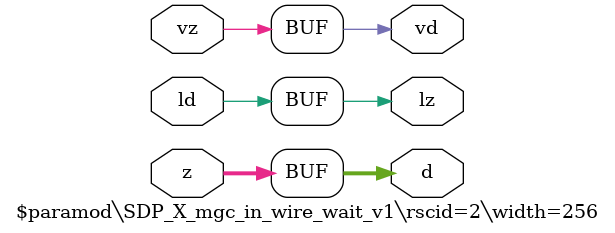
<source format=v>
module \$paramod\SDP_X_mgc_in_wire_wait_v1\rscid=2\width=256 (ld, vd, d, lz, vz, z);
  (* src = "./vmod/nvdla/sdp/NV_NVDLA_SDP_CORE_x.v:14" *)
  output [255:0] d;
  (* src = "./vmod/nvdla/sdp/NV_NVDLA_SDP_CORE_x.v:12" *)
  input ld;
  (* src = "./vmod/nvdla/sdp/NV_NVDLA_SDP_CORE_x.v:15" *)
  output lz;
  (* src = "./vmod/nvdla/sdp/NV_NVDLA_SDP_CORE_x.v:13" *)
  output vd;
  (* src = "./vmod/nvdla/sdp/NV_NVDLA_SDP_CORE_x.v:16" *)
  input vz;
  (* src = "./vmod/nvdla/sdp/NV_NVDLA_SDP_CORE_x.v:17" *)
  input [255:0] z;
  assign d = z;
  assign lz = ld;
  assign vd = vz;
endmodule

</source>
